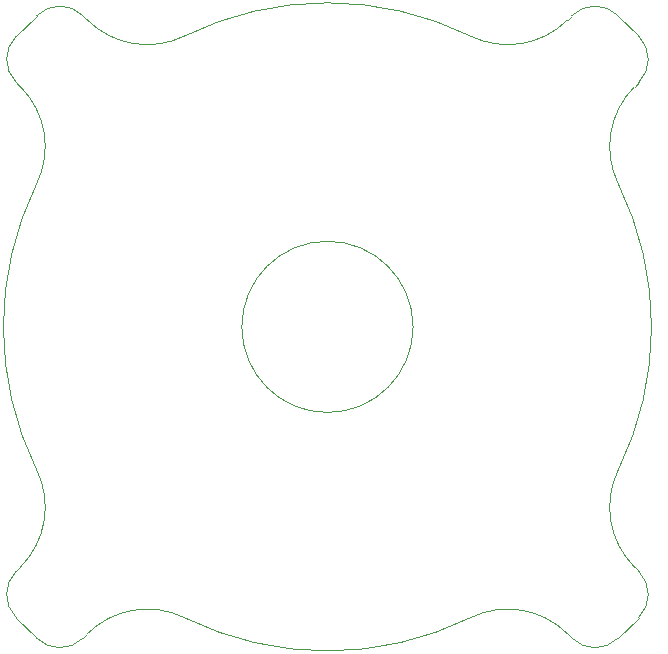
<source format=gbr>
%TF.GenerationSoftware,KiCad,Pcbnew,7.0.1*%
%TF.CreationDate,2023-12-14T16:04:10+01:00*%
%TF.ProjectId,led-ring-v2,6c65642d-7269-46e6-972d-76322e6b6963,rev?*%
%TF.SameCoordinates,Original*%
%TF.FileFunction,Profile,NP*%
%FSLAX46Y46*%
G04 Gerber Fmt 4.6, Leading zero omitted, Abs format (unit mm)*
G04 Created by KiCad (PCBNEW 7.0.1) date 2023-12-14 16:04:10*
%MOMM*%
%LPD*%
G01*
G04 APERTURE LIST*
%TA.AperFunction,Profile*%
%ADD10C,0.050000*%
%TD*%
G04 APERTURE END LIST*
D10*
X24611944Y26353144D02*
G75*
G03*
X20696256Y26353144I-1957844J-1957842D01*
G01*
X-24612000Y-26353100D02*
X-26353100Y-24612000D01*
X-25997289Y-20340511D02*
G75*
G03*
X-24628615Y-12093880I-5080011J5080011D01*
G01*
X12093879Y24628660D02*
G75*
G03*
X-12093750Y24628724I-12093880J-24628660D01*
G01*
X24612000Y26353100D02*
X26353100Y24612000D01*
X27437799Y0D02*
G75*
G03*
X24628660Y12093879I-27437799J0D01*
G01*
X20340500Y25997300D02*
X20696300Y26353100D01*
X-20696300Y26353100D02*
X-20340500Y25997300D01*
X-12093750Y-24628725D02*
G75*
G03*
X12093879Y-24628661I12093749J24628725D01*
G01*
X26353144Y20696256D02*
G75*
G03*
X26353144Y24611944I-1957844J1957844D01*
G01*
X12093914Y24628599D02*
G75*
G03*
X20340511Y25997289I3166586J6448701D01*
G01*
X26353100Y20696300D02*
X25997300Y20340500D01*
X-24611944Y-26353144D02*
G75*
G03*
X-20696256Y-26353144I1957844J1957842D01*
G01*
X7250000Y0D02*
G75*
G03*
X7250000Y0I-7250000J0D01*
G01*
X20696300Y-26353100D02*
X20340500Y-25997300D01*
X-24628725Y12093750D02*
G75*
G03*
X-24628725Y-12093750I24628725J-12093750D01*
G01*
X-24628615Y12093880D02*
G75*
G03*
X-25997289Y20340511I-6448685J3166620D01*
G01*
X24628661Y-12093879D02*
G75*
G03*
X27437800Y0I-24628661J12093879D01*
G01*
X20340510Y-25997290D02*
G75*
G03*
X12093914Y-24628600I-5080010J-5080010D01*
G01*
X25997290Y20340510D02*
G75*
G03*
X24628600Y12093914I5080010J-5080010D01*
G01*
X-25997300Y20340500D02*
X-26353100Y20696300D01*
X-12093880Y-24628615D02*
G75*
G03*
X-20340511Y-25997289I-3166620J-6448685D01*
G01*
X26353144Y-24611944D02*
G75*
G03*
X26353144Y-20696256I-1957844J1957844D01*
G01*
X-26353144Y24611944D02*
G75*
G03*
X-26353144Y20696256I1957842J-1957844D01*
G01*
X20696256Y-26353144D02*
G75*
G03*
X24611944Y-26353144I1957844J1957842D01*
G01*
X26353100Y-24612000D02*
X24612000Y-26353100D01*
X-20340511Y25997289D02*
G75*
G03*
X-12093880Y24628615I5080011J5080011D01*
G01*
X25997300Y-20340500D02*
X26353100Y-20696300D01*
X-26353144Y-20696256D02*
G75*
G03*
X-26353144Y-24611944I1957842J-1957844D01*
G01*
X-20340500Y-25997300D02*
X-20696300Y-26353100D01*
X-26353100Y-20696300D02*
X-25997300Y-20340500D01*
X24628599Y-12093914D02*
G75*
G03*
X25997289Y-20340511I6448701J-3166586D01*
G01*
X-20696256Y26353144D02*
G75*
G03*
X-24611944Y26353144I-1957844J-1957842D01*
G01*
X-26353100Y24612000D02*
X-24612000Y26353100D01*
M02*

</source>
